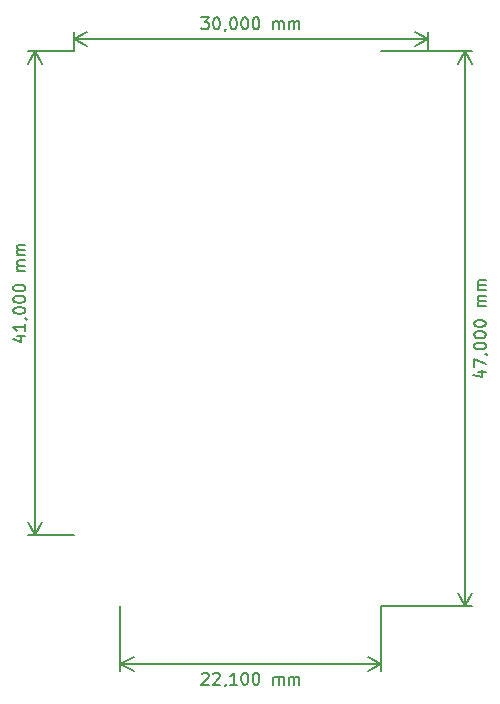
<source format=gbr>
G04 #@! TF.GenerationSoftware,KiCad,Pcbnew,(5.1.6)-1*
G04 #@! TF.CreationDate,2022-09-13T10:15:16+02:00*
G04 #@! TF.ProjectId,LoRa_Balloon,4c6f5261-5f42-4616-9c6c-6f6f6e2e6b69,2*
G04 #@! TF.SameCoordinates,Original*
G04 #@! TF.FileFunction,OtherDrawing,Comment*
%FSLAX46Y46*%
G04 Gerber Fmt 4.6, Leading zero omitted, Abs format (unit mm)*
G04 Created by KiCad (PCBNEW (5.1.6)-1) date 2022-09-13 10:15:16*
%MOMM*%
%LPD*%
G01*
G04 APERTURE LIST*
%ADD10C,0.150000*%
G04 APERTURE END LIST*
D10*
X134215714Y-128166666D02*
X134882380Y-128166666D01*
X133834761Y-128404761D02*
X134549047Y-128642857D01*
X134549047Y-128023809D01*
X133882380Y-127738095D02*
X133882380Y-127071428D01*
X134882380Y-127500000D01*
X134834761Y-126642857D02*
X134882380Y-126642857D01*
X134977619Y-126690476D01*
X135025238Y-126738095D01*
X133882380Y-126023809D02*
X133882380Y-125928571D01*
X133930000Y-125833333D01*
X133977619Y-125785714D01*
X134072857Y-125738095D01*
X134263333Y-125690476D01*
X134501428Y-125690476D01*
X134691904Y-125738095D01*
X134787142Y-125785714D01*
X134834761Y-125833333D01*
X134882380Y-125928571D01*
X134882380Y-126023809D01*
X134834761Y-126119047D01*
X134787142Y-126166666D01*
X134691904Y-126214285D01*
X134501428Y-126261904D01*
X134263333Y-126261904D01*
X134072857Y-126214285D01*
X133977619Y-126166666D01*
X133930000Y-126119047D01*
X133882380Y-126023809D01*
X133882380Y-125071428D02*
X133882380Y-124976190D01*
X133930000Y-124880952D01*
X133977619Y-124833333D01*
X134072857Y-124785714D01*
X134263333Y-124738095D01*
X134501428Y-124738095D01*
X134691904Y-124785714D01*
X134787142Y-124833333D01*
X134834761Y-124880952D01*
X134882380Y-124976190D01*
X134882380Y-125071428D01*
X134834761Y-125166666D01*
X134787142Y-125214285D01*
X134691904Y-125261904D01*
X134501428Y-125309523D01*
X134263333Y-125309523D01*
X134072857Y-125261904D01*
X133977619Y-125214285D01*
X133930000Y-125166666D01*
X133882380Y-125071428D01*
X133882380Y-124119047D02*
X133882380Y-124023809D01*
X133930000Y-123928571D01*
X133977619Y-123880952D01*
X134072857Y-123833333D01*
X134263333Y-123785714D01*
X134501428Y-123785714D01*
X134691904Y-123833333D01*
X134787142Y-123880952D01*
X134834761Y-123928571D01*
X134882380Y-124023809D01*
X134882380Y-124119047D01*
X134834761Y-124214285D01*
X134787142Y-124261904D01*
X134691904Y-124309523D01*
X134501428Y-124357142D01*
X134263333Y-124357142D01*
X134072857Y-124309523D01*
X133977619Y-124261904D01*
X133930000Y-124214285D01*
X133882380Y-124119047D01*
X134882380Y-122595238D02*
X134215714Y-122595238D01*
X134310952Y-122595238D02*
X134263333Y-122547619D01*
X134215714Y-122452380D01*
X134215714Y-122309523D01*
X134263333Y-122214285D01*
X134358571Y-122166666D01*
X134882380Y-122166666D01*
X134358571Y-122166666D02*
X134263333Y-122119047D01*
X134215714Y-122023809D01*
X134215714Y-121880952D01*
X134263333Y-121785714D01*
X134358571Y-121738095D01*
X134882380Y-121738095D01*
X134882380Y-121261904D02*
X134215714Y-121261904D01*
X134310952Y-121261904D02*
X134263333Y-121214285D01*
X134215714Y-121119047D01*
X134215714Y-120976190D01*
X134263333Y-120880952D01*
X134358571Y-120833333D01*
X134882380Y-120833333D01*
X134358571Y-120833333D02*
X134263333Y-120785714D01*
X134215714Y-120690476D01*
X134215714Y-120547619D01*
X134263333Y-120452380D01*
X134358571Y-120404761D01*
X134882380Y-120404761D01*
X133130000Y-148000000D02*
X133130000Y-101000000D01*
X126050000Y-148000000D02*
X133716421Y-148000000D01*
X126050000Y-101000000D02*
X133716421Y-101000000D01*
X133130000Y-101000000D02*
X133716421Y-102126504D01*
X133130000Y-101000000D02*
X132543579Y-102126504D01*
X133130000Y-148000000D02*
X133716421Y-146873496D01*
X133130000Y-148000000D02*
X132543579Y-146873496D01*
X110809523Y-98162380D02*
X111428571Y-98162380D01*
X111095238Y-98543333D01*
X111238095Y-98543333D01*
X111333333Y-98590952D01*
X111380952Y-98638571D01*
X111428571Y-98733809D01*
X111428571Y-98971904D01*
X111380952Y-99067142D01*
X111333333Y-99114761D01*
X111238095Y-99162380D01*
X110952380Y-99162380D01*
X110857142Y-99114761D01*
X110809523Y-99067142D01*
X112047619Y-98162380D02*
X112142857Y-98162380D01*
X112238095Y-98210000D01*
X112285714Y-98257619D01*
X112333333Y-98352857D01*
X112380952Y-98543333D01*
X112380952Y-98781428D01*
X112333333Y-98971904D01*
X112285714Y-99067142D01*
X112238095Y-99114761D01*
X112142857Y-99162380D01*
X112047619Y-99162380D01*
X111952380Y-99114761D01*
X111904761Y-99067142D01*
X111857142Y-98971904D01*
X111809523Y-98781428D01*
X111809523Y-98543333D01*
X111857142Y-98352857D01*
X111904761Y-98257619D01*
X111952380Y-98210000D01*
X112047619Y-98162380D01*
X112857142Y-99114761D02*
X112857142Y-99162380D01*
X112809523Y-99257619D01*
X112761904Y-99305238D01*
X113476190Y-98162380D02*
X113571428Y-98162380D01*
X113666666Y-98210000D01*
X113714285Y-98257619D01*
X113761904Y-98352857D01*
X113809523Y-98543333D01*
X113809523Y-98781428D01*
X113761904Y-98971904D01*
X113714285Y-99067142D01*
X113666666Y-99114761D01*
X113571428Y-99162380D01*
X113476190Y-99162380D01*
X113380952Y-99114761D01*
X113333333Y-99067142D01*
X113285714Y-98971904D01*
X113238095Y-98781428D01*
X113238095Y-98543333D01*
X113285714Y-98352857D01*
X113333333Y-98257619D01*
X113380952Y-98210000D01*
X113476190Y-98162380D01*
X114428571Y-98162380D02*
X114523809Y-98162380D01*
X114619047Y-98210000D01*
X114666666Y-98257619D01*
X114714285Y-98352857D01*
X114761904Y-98543333D01*
X114761904Y-98781428D01*
X114714285Y-98971904D01*
X114666666Y-99067142D01*
X114619047Y-99114761D01*
X114523809Y-99162380D01*
X114428571Y-99162380D01*
X114333333Y-99114761D01*
X114285714Y-99067142D01*
X114238095Y-98971904D01*
X114190476Y-98781428D01*
X114190476Y-98543333D01*
X114238095Y-98352857D01*
X114285714Y-98257619D01*
X114333333Y-98210000D01*
X114428571Y-98162380D01*
X115380952Y-98162380D02*
X115476190Y-98162380D01*
X115571428Y-98210000D01*
X115619047Y-98257619D01*
X115666666Y-98352857D01*
X115714285Y-98543333D01*
X115714285Y-98781428D01*
X115666666Y-98971904D01*
X115619047Y-99067142D01*
X115571428Y-99114761D01*
X115476190Y-99162380D01*
X115380952Y-99162380D01*
X115285714Y-99114761D01*
X115238095Y-99067142D01*
X115190476Y-98971904D01*
X115142857Y-98781428D01*
X115142857Y-98543333D01*
X115190476Y-98352857D01*
X115238095Y-98257619D01*
X115285714Y-98210000D01*
X115380952Y-98162380D01*
X116904761Y-99162380D02*
X116904761Y-98495714D01*
X116904761Y-98590952D02*
X116952380Y-98543333D01*
X117047619Y-98495714D01*
X117190476Y-98495714D01*
X117285714Y-98543333D01*
X117333333Y-98638571D01*
X117333333Y-99162380D01*
X117333333Y-98638571D02*
X117380952Y-98543333D01*
X117476190Y-98495714D01*
X117619047Y-98495714D01*
X117714285Y-98543333D01*
X117761904Y-98638571D01*
X117761904Y-99162380D01*
X118238095Y-99162380D02*
X118238095Y-98495714D01*
X118238095Y-98590952D02*
X118285714Y-98543333D01*
X118380952Y-98495714D01*
X118523809Y-98495714D01*
X118619047Y-98543333D01*
X118666666Y-98638571D01*
X118666666Y-99162380D01*
X118666666Y-98638571D02*
X118714285Y-98543333D01*
X118809523Y-98495714D01*
X118952380Y-98495714D01*
X119047619Y-98543333D01*
X119095238Y-98638571D01*
X119095238Y-99162380D01*
X100000000Y-100010000D02*
X130000000Y-100010000D01*
X100000000Y-101000000D02*
X100000000Y-99423579D01*
X130000000Y-101000000D02*
X130000000Y-99423579D01*
X130000000Y-100010000D02*
X128873496Y-100596421D01*
X130000000Y-100010000D02*
X128873496Y-99423579D01*
X100000000Y-100010000D02*
X101126504Y-100596421D01*
X100000000Y-100010000D02*
X101126504Y-99423579D01*
X95215714Y-125166666D02*
X95882380Y-125166666D01*
X94834761Y-125404761D02*
X95549047Y-125642857D01*
X95549047Y-125023809D01*
X95882380Y-124119047D02*
X95882380Y-124690476D01*
X95882380Y-124404761D02*
X94882380Y-124404761D01*
X95025238Y-124500000D01*
X95120476Y-124595238D01*
X95168095Y-124690476D01*
X95834761Y-123642857D02*
X95882380Y-123642857D01*
X95977619Y-123690476D01*
X96025238Y-123738095D01*
X94882380Y-123023809D02*
X94882380Y-122928571D01*
X94930000Y-122833333D01*
X94977619Y-122785714D01*
X95072857Y-122738095D01*
X95263333Y-122690476D01*
X95501428Y-122690476D01*
X95691904Y-122738095D01*
X95787142Y-122785714D01*
X95834761Y-122833333D01*
X95882380Y-122928571D01*
X95882380Y-123023809D01*
X95834761Y-123119047D01*
X95787142Y-123166666D01*
X95691904Y-123214285D01*
X95501428Y-123261904D01*
X95263333Y-123261904D01*
X95072857Y-123214285D01*
X94977619Y-123166666D01*
X94930000Y-123119047D01*
X94882380Y-123023809D01*
X94882380Y-122071428D02*
X94882380Y-121976190D01*
X94930000Y-121880952D01*
X94977619Y-121833333D01*
X95072857Y-121785714D01*
X95263333Y-121738095D01*
X95501428Y-121738095D01*
X95691904Y-121785714D01*
X95787142Y-121833333D01*
X95834761Y-121880952D01*
X95882380Y-121976190D01*
X95882380Y-122071428D01*
X95834761Y-122166666D01*
X95787142Y-122214285D01*
X95691904Y-122261904D01*
X95501428Y-122309523D01*
X95263333Y-122309523D01*
X95072857Y-122261904D01*
X94977619Y-122214285D01*
X94930000Y-122166666D01*
X94882380Y-122071428D01*
X94882380Y-121119047D02*
X94882380Y-121023809D01*
X94930000Y-120928571D01*
X94977619Y-120880952D01*
X95072857Y-120833333D01*
X95263333Y-120785714D01*
X95501428Y-120785714D01*
X95691904Y-120833333D01*
X95787142Y-120880952D01*
X95834761Y-120928571D01*
X95882380Y-121023809D01*
X95882380Y-121119047D01*
X95834761Y-121214285D01*
X95787142Y-121261904D01*
X95691904Y-121309523D01*
X95501428Y-121357142D01*
X95263333Y-121357142D01*
X95072857Y-121309523D01*
X94977619Y-121261904D01*
X94930000Y-121214285D01*
X94882380Y-121119047D01*
X95882380Y-119595238D02*
X95215714Y-119595238D01*
X95310952Y-119595238D02*
X95263333Y-119547619D01*
X95215714Y-119452380D01*
X95215714Y-119309523D01*
X95263333Y-119214285D01*
X95358571Y-119166666D01*
X95882380Y-119166666D01*
X95358571Y-119166666D02*
X95263333Y-119119047D01*
X95215714Y-119023809D01*
X95215714Y-118880952D01*
X95263333Y-118785714D01*
X95358571Y-118738095D01*
X95882380Y-118738095D01*
X95882380Y-118261904D02*
X95215714Y-118261904D01*
X95310952Y-118261904D02*
X95263333Y-118214285D01*
X95215714Y-118119047D01*
X95215714Y-117976190D01*
X95263333Y-117880952D01*
X95358571Y-117833333D01*
X95882380Y-117833333D01*
X95358571Y-117833333D02*
X95263333Y-117785714D01*
X95215714Y-117690476D01*
X95215714Y-117547619D01*
X95263333Y-117452380D01*
X95358571Y-117404761D01*
X95882380Y-117404761D01*
X96730000Y-142000000D02*
X96730000Y-101000000D01*
X100000000Y-142000000D02*
X96143579Y-142000000D01*
X100000000Y-101000000D02*
X96143579Y-101000000D01*
X96730000Y-101000000D02*
X97316421Y-102126504D01*
X96730000Y-101000000D02*
X96143579Y-102126504D01*
X96730000Y-142000000D02*
X97316421Y-140873496D01*
X96730000Y-142000000D02*
X96143579Y-140873496D01*
X110857142Y-153747618D02*
X110904761Y-153699999D01*
X111000000Y-153652379D01*
X111238095Y-153652379D01*
X111333333Y-153699999D01*
X111380952Y-153747618D01*
X111428571Y-153842856D01*
X111428571Y-153938094D01*
X111380952Y-154080951D01*
X110809523Y-154652379D01*
X111428571Y-154652379D01*
X111809523Y-153747618D02*
X111857142Y-153699999D01*
X111952380Y-153652379D01*
X112190476Y-153652379D01*
X112285714Y-153699999D01*
X112333333Y-153747618D01*
X112380952Y-153842856D01*
X112380952Y-153938094D01*
X112333333Y-154080951D01*
X111761904Y-154652379D01*
X112380952Y-154652379D01*
X112857142Y-154604760D02*
X112857142Y-154652379D01*
X112809523Y-154747618D01*
X112761904Y-154795237D01*
X113809523Y-154652379D02*
X113238095Y-154652379D01*
X113523809Y-154652379D02*
X113523809Y-153652379D01*
X113428571Y-153795237D01*
X113333333Y-153890475D01*
X113238095Y-153938094D01*
X114428571Y-153652379D02*
X114523809Y-153652379D01*
X114619047Y-153699999D01*
X114666666Y-153747618D01*
X114714285Y-153842856D01*
X114761904Y-154033332D01*
X114761904Y-154271427D01*
X114714285Y-154461903D01*
X114666666Y-154557141D01*
X114619047Y-154604760D01*
X114523809Y-154652379D01*
X114428571Y-154652379D01*
X114333333Y-154604760D01*
X114285714Y-154557141D01*
X114238095Y-154461903D01*
X114190476Y-154271427D01*
X114190476Y-154033332D01*
X114238095Y-153842856D01*
X114285714Y-153747618D01*
X114333333Y-153699999D01*
X114428571Y-153652379D01*
X115380952Y-153652379D02*
X115476190Y-153652379D01*
X115571428Y-153699999D01*
X115619047Y-153747618D01*
X115666666Y-153842856D01*
X115714285Y-154033332D01*
X115714285Y-154271427D01*
X115666666Y-154461903D01*
X115619047Y-154557141D01*
X115571428Y-154604760D01*
X115476190Y-154652379D01*
X115380952Y-154652379D01*
X115285714Y-154604760D01*
X115238095Y-154557141D01*
X115190476Y-154461903D01*
X115142857Y-154271427D01*
X115142857Y-154033332D01*
X115190476Y-153842856D01*
X115238095Y-153747618D01*
X115285714Y-153699999D01*
X115380952Y-153652379D01*
X116904761Y-154652379D02*
X116904761Y-153985713D01*
X116904761Y-154080951D02*
X116952380Y-154033332D01*
X117047619Y-153985713D01*
X117190476Y-153985713D01*
X117285714Y-154033332D01*
X117333333Y-154128570D01*
X117333333Y-154652379D01*
X117333333Y-154128570D02*
X117380952Y-154033332D01*
X117476190Y-153985713D01*
X117619047Y-153985713D01*
X117714285Y-154033332D01*
X117761904Y-154128570D01*
X117761904Y-154652379D01*
X118238095Y-154652379D02*
X118238095Y-153985713D01*
X118238095Y-154080951D02*
X118285714Y-154033332D01*
X118380952Y-153985713D01*
X118523809Y-153985713D01*
X118619047Y-154033332D01*
X118666666Y-154128570D01*
X118666666Y-154652379D01*
X118666666Y-154128570D02*
X118714285Y-154033332D01*
X118809523Y-153985713D01*
X118952380Y-153985713D01*
X119047619Y-154033332D01*
X119095238Y-154128570D01*
X119095238Y-154652379D01*
X103950000Y-152899999D02*
X126050000Y-152899999D01*
X103950000Y-148000000D02*
X103950000Y-153486420D01*
X126050000Y-148000000D02*
X126050000Y-153486420D01*
X126050000Y-152899999D02*
X124923496Y-153486420D01*
X126050000Y-152899999D02*
X124923496Y-152313578D01*
X103950000Y-152899999D02*
X105076504Y-153486420D01*
X103950000Y-152899999D02*
X105076504Y-152313578D01*
M02*

</source>
